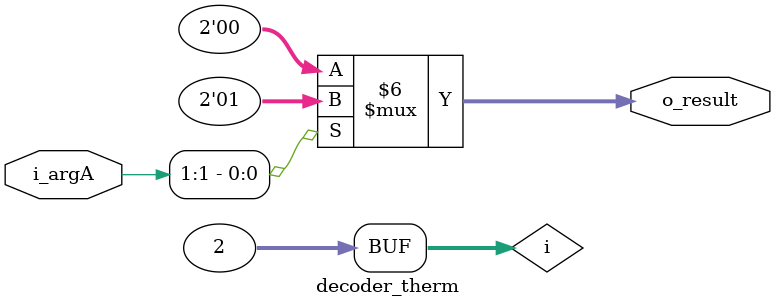
<source format=sv>
module decoder_therm(i_argA, o_result);
    parameter LEN = 2;
    localparam BITS = $clog2(LEN);
    input logic  [LEN-1:0] i_argA;
    output logic [LEN-1:0] o_result;
    
    integer i;
    always @(*)
    begin
        o_result = '0;
        for ( i=0; i < LEN; i=i+1)
            if (i_argA[i] == 1'b1)
                o_result = i;
        
    end
endmodule

</source>
